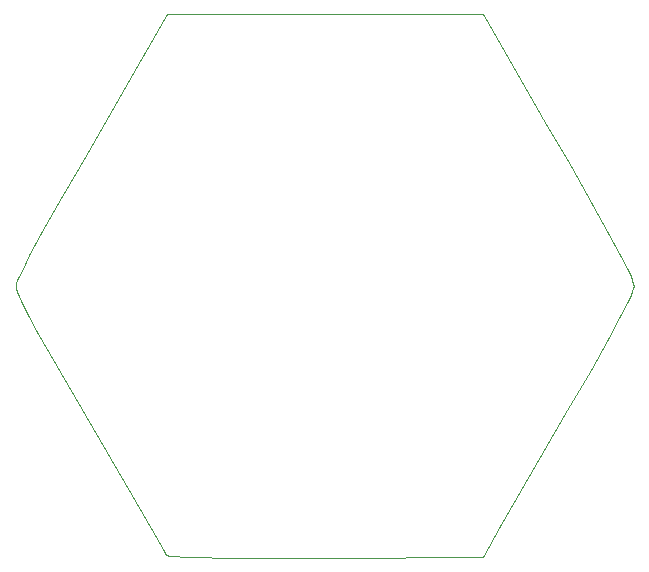
<source format=gbr>
G04 #@! TF.GenerationSoftware,KiCad,Pcbnew,(5.1.5)-3*
G04 #@! TF.CreationDate,2020-08-07T09:29:16-05:00*
G04 #@! TF.ProjectId,matt_damon,6d617474-5f64-4616-9d6f-6e2e6b696361,rev?*
G04 #@! TF.SameCoordinates,Original*
G04 #@! TF.FileFunction,Profile,NP*
%FSLAX46Y46*%
G04 Gerber Fmt 4.6, Leading zero omitted, Abs format (unit mm)*
G04 Created by KiCad (PCBNEW (5.1.5)-3) date 2020-08-07 09:29:16*
%MOMM*%
%LPD*%
G04 APERTURE LIST*
%ADD10C,0.100000*%
G04 APERTURE END LIST*
D10*
X-16812745Y-9430547D02*
X-17009265Y-9121598D01*
X-17009265Y-9121598D02*
X-17470984Y-8345812D01*
X-17470984Y-8345812D02*
X-19328114Y-5155176D01*
X-19328114Y-5155176D02*
X-27743823Y9452234D01*
X-27743823Y9452234D02*
X-28558845Y10914621D01*
X-28558845Y10914621D02*
X-28867968Y11510290D01*
X-28867968Y11510290D02*
X-29114999Y12023254D01*
X-29114999Y12023254D02*
X-29302564Y12459246D01*
X-29302564Y12459246D02*
X-29433288Y12823998D01*
X-29433288Y12823998D02*
X-29509798Y13123242D01*
X-29509798Y13123242D02*
X-29534718Y13362712D01*
X-29534718Y13362712D02*
X-29508708Y13544219D01*
X-29508708Y13544219D02*
X-29426348Y13809744D01*
X-29426348Y13809744D02*
X-29281125Y14171070D01*
X-29281125Y14171070D02*
X-29066523Y14639982D01*
X-29066523Y14639982D02*
X-28403130Y15947693D01*
X-28403130Y15947693D02*
X-27384061Y17827144D01*
X-27384061Y17827144D02*
X-25957210Y20372600D01*
X-25957210Y20372600D02*
X-24070470Y23678328D01*
X-24070470Y23678328D02*
X-18708897Y32947665D01*
X-18708897Y32947665D02*
X-16733804Y36347146D01*
X-16733804Y36347146D02*
X-3388058Y36347146D01*
X-3388058Y36347146D02*
X9957688Y36347146D01*
X9957688Y36347146D02*
X12275615Y32361548D01*
X12275615Y32361548D02*
X15104895Y27485994D01*
X15104895Y27485994D02*
X17407934Y23490912D01*
X17407934Y23490912D02*
X19230660Y20292867D01*
X19230660Y20292867D02*
X20618997Y17808426D01*
X20618997Y17808426D02*
X21618870Y15954155D01*
X21618870Y15954155D02*
X22276205Y14646623D01*
X22276205Y14646623D02*
X22490773Y14171810D01*
X22490773Y14171810D02*
X22636928Y13802393D01*
X22636928Y13802393D02*
X22720408Y13527945D01*
X22720408Y13527945D02*
X22746958Y13338034D01*
X22746958Y13338034D02*
X22722518Y13155839D01*
X22722518Y13155839D02*
X22643968Y12894426D01*
X22643968Y12894426D02*
X22503434Y12539612D01*
X22503434Y12539612D02*
X22293061Y12077215D01*
X22293061Y12077215D02*
X21631350Y10772942D01*
X21631350Y10772942D02*
X20595942Y8868144D01*
X20595942Y8868144D02*
X19123947Y6249358D01*
X19123947Y6249358D02*
X17152473Y2803123D01*
X17152473Y2803123D02*
X11459525Y-7025542D01*
X11459525Y-7025542D02*
X9959918Y-9604453D01*
X9959918Y-9604453D02*
X-3309800Y-9664973D01*
X-3309800Y-9664973D02*
X-9798322Y-9681043D01*
X-9798322Y-9681043D02*
X-12121845Y-9672843D01*
X-12121845Y-9672843D02*
X-13907565Y-9652533D01*
X-13907565Y-9652533D02*
X-15212498Y-9619123D01*
X-15212498Y-9619123D02*
X-16093661Y-9571633D01*
X-16093661Y-9571633D02*
X-16608070Y-9509093D01*
X-16608070Y-9509093D02*
X-16745559Y-9471873D01*
X-16745559Y-9471873D02*
X-16812739Y-9430523D01*
X-16812739Y-9430523D02*
X-16812739Y-9430541D01*
X-16812739Y-9430541D02*
X-16812745Y-9430547D01*
M02*

</source>
